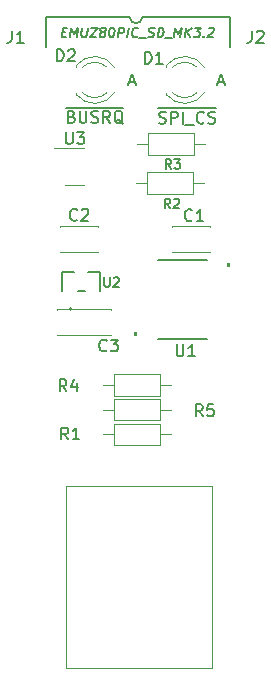
<source format=gto>
%TF.GenerationSoftware,KiCad,Pcbnew,7.0.5*%
%TF.CreationDate,2023-10-28T22:09:15+09:00*%
%TF.ProjectId,EMUZ80PIC_SD_MK3.2,454d555a-3830-4504-9943-5f53445f4d4b,3.2*%
%TF.SameCoordinates,PX7aa1f66PY7f075e2*%
%TF.FileFunction,Legend,Top*%
%TF.FilePolarity,Positive*%
%FSLAX46Y46*%
G04 Gerber Fmt 4.6, Leading zero omitted, Abs format (unit mm)*
G04 Created by KiCad (PCBNEW 7.0.5) date 2023-10-28 22:09:15*
%MOMM*%
%LPD*%
G01*
G04 APERTURE LIST*
%ADD10C,0.150000*%
%ADD11C,0.200000*%
%ADD12C,0.120000*%
%ADD13C,0.100000*%
%ADD14C,0.152400*%
G04 APERTURE END LIST*
D10*
X4886600Y53460000D02*
X4886600Y56000000D01*
X20470000Y56000000D02*
X20470000Y53470000D01*
X11973200Y56000000D02*
G75*
G03*
X13040000Y56000000I533400J0D01*
G01*
X4886600Y56000000D02*
X11973200Y56000000D01*
X13040000Y56000000D02*
X20470000Y56000000D01*
D11*
X6259673Y54717353D02*
X6526339Y54717353D01*
X6588244Y54298305D02*
X6207292Y54298305D01*
X6207292Y54298305D02*
X6307292Y55098305D01*
X6307292Y55098305D02*
X6688244Y55098305D01*
X6931102Y54298305D02*
X7031102Y55098305D01*
X7031102Y55098305D02*
X7226340Y54526877D01*
X7226340Y54526877D02*
X7564435Y55098305D01*
X7564435Y55098305D02*
X7464435Y54298305D01*
X7945388Y55098305D02*
X7864435Y54450686D01*
X7864435Y54450686D02*
X7893007Y54374496D01*
X7893007Y54374496D02*
X7926340Y54336400D01*
X7926340Y54336400D02*
X7997769Y54298305D01*
X7997769Y54298305D02*
X8150150Y54298305D01*
X8150150Y54298305D02*
X8231102Y54336400D01*
X8231102Y54336400D02*
X8273959Y54374496D01*
X8273959Y54374496D02*
X8321578Y54450686D01*
X8321578Y54450686D02*
X8402531Y55098305D01*
X8707292Y55098305D02*
X9240626Y55098305D01*
X9240626Y55098305D02*
X8607292Y54298305D01*
X8607292Y54298305D02*
X9140626Y54298305D01*
X9616816Y54755448D02*
X9545388Y54793543D01*
X9545388Y54793543D02*
X9512054Y54831639D01*
X9512054Y54831639D02*
X9483483Y54907829D01*
X9483483Y54907829D02*
X9488245Y54945924D01*
X9488245Y54945924D02*
X9535864Y55022115D01*
X9535864Y55022115D02*
X9578721Y55060210D01*
X9578721Y55060210D02*
X9659674Y55098305D01*
X9659674Y55098305D02*
X9812054Y55098305D01*
X9812054Y55098305D02*
X9883483Y55060210D01*
X9883483Y55060210D02*
X9916816Y55022115D01*
X9916816Y55022115D02*
X9945388Y54945924D01*
X9945388Y54945924D02*
X9940626Y54907829D01*
X9940626Y54907829D02*
X9893007Y54831639D01*
X9893007Y54831639D02*
X9850150Y54793543D01*
X9850150Y54793543D02*
X9769197Y54755448D01*
X9769197Y54755448D02*
X9616816Y54755448D01*
X9616816Y54755448D02*
X9535864Y54717353D01*
X9535864Y54717353D02*
X9493007Y54679258D01*
X9493007Y54679258D02*
X9445388Y54603067D01*
X9445388Y54603067D02*
X9426340Y54450686D01*
X9426340Y54450686D02*
X9454912Y54374496D01*
X9454912Y54374496D02*
X9488245Y54336400D01*
X9488245Y54336400D02*
X9559674Y54298305D01*
X9559674Y54298305D02*
X9712054Y54298305D01*
X9712054Y54298305D02*
X9793007Y54336400D01*
X9793007Y54336400D02*
X9835864Y54374496D01*
X9835864Y54374496D02*
X9883483Y54450686D01*
X9883483Y54450686D02*
X9902531Y54603067D01*
X9902531Y54603067D02*
X9873959Y54679258D01*
X9873959Y54679258D02*
X9840626Y54717353D01*
X9840626Y54717353D02*
X9769197Y54755448D01*
X10459674Y55098305D02*
X10535864Y55098305D01*
X10535864Y55098305D02*
X10607293Y55060210D01*
X10607293Y55060210D02*
X10640626Y55022115D01*
X10640626Y55022115D02*
X10669198Y54945924D01*
X10669198Y54945924D02*
X10688245Y54793543D01*
X10688245Y54793543D02*
X10664436Y54603067D01*
X10664436Y54603067D02*
X10607293Y54450686D01*
X10607293Y54450686D02*
X10559674Y54374496D01*
X10559674Y54374496D02*
X10516817Y54336400D01*
X10516817Y54336400D02*
X10435864Y54298305D01*
X10435864Y54298305D02*
X10359674Y54298305D01*
X10359674Y54298305D02*
X10288245Y54336400D01*
X10288245Y54336400D02*
X10254912Y54374496D01*
X10254912Y54374496D02*
X10226340Y54450686D01*
X10226340Y54450686D02*
X10207293Y54603067D01*
X10207293Y54603067D02*
X10231102Y54793543D01*
X10231102Y54793543D02*
X10288245Y54945924D01*
X10288245Y54945924D02*
X10335864Y55022115D01*
X10335864Y55022115D02*
X10378721Y55060210D01*
X10378721Y55060210D02*
X10459674Y55098305D01*
X10969198Y54298305D02*
X11069198Y55098305D01*
X11069198Y55098305D02*
X11373960Y55098305D01*
X11373960Y55098305D02*
X11445388Y55060210D01*
X11445388Y55060210D02*
X11478722Y55022115D01*
X11478722Y55022115D02*
X11507293Y54945924D01*
X11507293Y54945924D02*
X11493007Y54831639D01*
X11493007Y54831639D02*
X11445388Y54755448D01*
X11445388Y54755448D02*
X11402531Y54717353D01*
X11402531Y54717353D02*
X11321579Y54679258D01*
X11321579Y54679258D02*
X11016817Y54679258D01*
X11769198Y54298305D02*
X11869198Y55098305D01*
X12616816Y54374496D02*
X12573959Y54336400D01*
X12573959Y54336400D02*
X12454912Y54298305D01*
X12454912Y54298305D02*
X12378721Y54298305D01*
X12378721Y54298305D02*
X12269197Y54336400D01*
X12269197Y54336400D02*
X12202531Y54412591D01*
X12202531Y54412591D02*
X12173959Y54488781D01*
X12173959Y54488781D02*
X12154912Y54641162D01*
X12154912Y54641162D02*
X12169197Y54755448D01*
X12169197Y54755448D02*
X12226340Y54907829D01*
X12226340Y54907829D02*
X12273959Y54984020D01*
X12273959Y54984020D02*
X12359674Y55060210D01*
X12359674Y55060210D02*
X12478721Y55098305D01*
X12478721Y55098305D02*
X12554912Y55098305D01*
X12554912Y55098305D02*
X12664436Y55060210D01*
X12664436Y55060210D02*
X12697769Y55022115D01*
X12750150Y54222115D02*
X13359674Y54222115D01*
X13526340Y54336400D02*
X13635864Y54298305D01*
X13635864Y54298305D02*
X13826340Y54298305D01*
X13826340Y54298305D02*
X13907293Y54336400D01*
X13907293Y54336400D02*
X13950150Y54374496D01*
X13950150Y54374496D02*
X13997769Y54450686D01*
X13997769Y54450686D02*
X14007293Y54526877D01*
X14007293Y54526877D02*
X13978721Y54603067D01*
X13978721Y54603067D02*
X13945388Y54641162D01*
X13945388Y54641162D02*
X13873960Y54679258D01*
X13873960Y54679258D02*
X13726340Y54717353D01*
X13726340Y54717353D02*
X13654912Y54755448D01*
X13654912Y54755448D02*
X13621579Y54793543D01*
X13621579Y54793543D02*
X13593007Y54869734D01*
X13593007Y54869734D02*
X13602531Y54945924D01*
X13602531Y54945924D02*
X13650150Y55022115D01*
X13650150Y55022115D02*
X13693007Y55060210D01*
X13693007Y55060210D02*
X13773960Y55098305D01*
X13773960Y55098305D02*
X13964436Y55098305D01*
X13964436Y55098305D02*
X14073960Y55060210D01*
X14321579Y54298305D02*
X14421579Y55098305D01*
X14421579Y55098305D02*
X14612055Y55098305D01*
X14612055Y55098305D02*
X14721579Y55060210D01*
X14721579Y55060210D02*
X14788245Y54984020D01*
X14788245Y54984020D02*
X14816817Y54907829D01*
X14816817Y54907829D02*
X14835865Y54755448D01*
X14835865Y54755448D02*
X14821579Y54641162D01*
X14821579Y54641162D02*
X14764436Y54488781D01*
X14764436Y54488781D02*
X14716817Y54412591D01*
X14716817Y54412591D02*
X14631103Y54336400D01*
X14631103Y54336400D02*
X14512055Y54298305D01*
X14512055Y54298305D02*
X14321579Y54298305D01*
X14921579Y54222115D02*
X15531103Y54222115D01*
X15731103Y54298305D02*
X15831103Y55098305D01*
X15831103Y55098305D02*
X16026341Y54526877D01*
X16026341Y54526877D02*
X16364436Y55098305D01*
X16364436Y55098305D02*
X16264436Y54298305D01*
X16645389Y54298305D02*
X16745389Y55098305D01*
X17102532Y54298305D02*
X16816817Y54755448D01*
X17202532Y55098305D02*
X16688246Y54641162D01*
X17469198Y55098305D02*
X17964436Y55098305D01*
X17964436Y55098305D02*
X17659675Y54793543D01*
X17659675Y54793543D02*
X17773960Y54793543D01*
X17773960Y54793543D02*
X17845389Y54755448D01*
X17845389Y54755448D02*
X17878722Y54717353D01*
X17878722Y54717353D02*
X17907294Y54641162D01*
X17907294Y54641162D02*
X17883484Y54450686D01*
X17883484Y54450686D02*
X17835865Y54374496D01*
X17835865Y54374496D02*
X17793008Y54336400D01*
X17793008Y54336400D02*
X17712055Y54298305D01*
X17712055Y54298305D02*
X17483484Y54298305D01*
X17483484Y54298305D02*
X17412055Y54336400D01*
X17412055Y54336400D02*
X17378722Y54374496D01*
X18216818Y54374496D02*
X18250151Y54336400D01*
X18250151Y54336400D02*
X18207294Y54298305D01*
X18207294Y54298305D02*
X18173960Y54336400D01*
X18173960Y54336400D02*
X18216818Y54374496D01*
X18216818Y54374496D02*
X18207294Y54298305D01*
X18640627Y55022115D02*
X18683484Y55060210D01*
X18683484Y55060210D02*
X18764436Y55098305D01*
X18764436Y55098305D02*
X18954912Y55098305D01*
X18954912Y55098305D02*
X19026341Y55060210D01*
X19026341Y55060210D02*
X19059674Y55022115D01*
X19059674Y55022115D02*
X19088246Y54945924D01*
X19088246Y54945924D02*
X19078722Y54869734D01*
X19078722Y54869734D02*
X19026341Y54755448D01*
X19026341Y54755448D02*
X18512055Y54298305D01*
X18512055Y54298305D02*
X19007293Y54298305D01*
X11902054Y50488496D02*
X12378244Y50488496D01*
X11806816Y50202781D02*
X12140149Y51202781D01*
X12140149Y51202781D02*
X12473482Y50202781D01*
X7063006Y47566591D02*
X7205863Y47518972D01*
X7205863Y47518972D02*
X7253482Y47471353D01*
X7253482Y47471353D02*
X7301101Y47376115D01*
X7301101Y47376115D02*
X7301101Y47233258D01*
X7301101Y47233258D02*
X7253482Y47138020D01*
X7253482Y47138020D02*
X7205863Y47090400D01*
X7205863Y47090400D02*
X7110625Y47042781D01*
X7110625Y47042781D02*
X6729673Y47042781D01*
X6729673Y47042781D02*
X6729673Y48042781D01*
X6729673Y48042781D02*
X7063006Y48042781D01*
X7063006Y48042781D02*
X7158244Y47995162D01*
X7158244Y47995162D02*
X7205863Y47947543D01*
X7205863Y47947543D02*
X7253482Y47852305D01*
X7253482Y47852305D02*
X7253482Y47757067D01*
X7253482Y47757067D02*
X7205863Y47661829D01*
X7205863Y47661829D02*
X7158244Y47614210D01*
X7158244Y47614210D02*
X7063006Y47566591D01*
X7063006Y47566591D02*
X6729673Y47566591D01*
X7729673Y48042781D02*
X7729673Y47233258D01*
X7729673Y47233258D02*
X7777292Y47138020D01*
X7777292Y47138020D02*
X7824911Y47090400D01*
X7824911Y47090400D02*
X7920149Y47042781D01*
X7920149Y47042781D02*
X8110625Y47042781D01*
X8110625Y47042781D02*
X8205863Y47090400D01*
X8205863Y47090400D02*
X8253482Y47138020D01*
X8253482Y47138020D02*
X8301101Y47233258D01*
X8301101Y47233258D02*
X8301101Y48042781D01*
X8729673Y47090400D02*
X8872530Y47042781D01*
X8872530Y47042781D02*
X9110625Y47042781D01*
X9110625Y47042781D02*
X9205863Y47090400D01*
X9205863Y47090400D02*
X9253482Y47138020D01*
X9253482Y47138020D02*
X9301101Y47233258D01*
X9301101Y47233258D02*
X9301101Y47328496D01*
X9301101Y47328496D02*
X9253482Y47423734D01*
X9253482Y47423734D02*
X9205863Y47471353D01*
X9205863Y47471353D02*
X9110625Y47518972D01*
X9110625Y47518972D02*
X8920149Y47566591D01*
X8920149Y47566591D02*
X8824911Y47614210D01*
X8824911Y47614210D02*
X8777292Y47661829D01*
X8777292Y47661829D02*
X8729673Y47757067D01*
X8729673Y47757067D02*
X8729673Y47852305D01*
X8729673Y47852305D02*
X8777292Y47947543D01*
X8777292Y47947543D02*
X8824911Y47995162D01*
X8824911Y47995162D02*
X8920149Y48042781D01*
X8920149Y48042781D02*
X9158244Y48042781D01*
X9158244Y48042781D02*
X9301101Y47995162D01*
X10301101Y47042781D02*
X9967768Y47518972D01*
X9729673Y47042781D02*
X9729673Y48042781D01*
X9729673Y48042781D02*
X10110625Y48042781D01*
X10110625Y48042781D02*
X10205863Y47995162D01*
X10205863Y47995162D02*
X10253482Y47947543D01*
X10253482Y47947543D02*
X10301101Y47852305D01*
X10301101Y47852305D02*
X10301101Y47709448D01*
X10301101Y47709448D02*
X10253482Y47614210D01*
X10253482Y47614210D02*
X10205863Y47566591D01*
X10205863Y47566591D02*
X10110625Y47518972D01*
X10110625Y47518972D02*
X9729673Y47518972D01*
X11396339Y46947543D02*
X11301101Y46995162D01*
X11301101Y46995162D02*
X11205863Y47090400D01*
X11205863Y47090400D02*
X11063006Y47233258D01*
X11063006Y47233258D02*
X10967768Y47280877D01*
X10967768Y47280877D02*
X10872530Y47280877D01*
X10920149Y47042781D02*
X10824911Y47090400D01*
X10824911Y47090400D02*
X10729673Y47185639D01*
X10729673Y47185639D02*
X10682054Y47376115D01*
X10682054Y47376115D02*
X10682054Y47709448D01*
X10682054Y47709448D02*
X10729673Y47899924D01*
X10729673Y47899924D02*
X10824911Y47995162D01*
X10824911Y47995162D02*
X10920149Y48042781D01*
X10920149Y48042781D02*
X11110625Y48042781D01*
X11110625Y48042781D02*
X11205863Y47995162D01*
X11205863Y47995162D02*
X11301101Y47899924D01*
X11301101Y47899924D02*
X11348720Y47709448D01*
X11348720Y47709448D02*
X11348720Y47376115D01*
X11348720Y47376115D02*
X11301101Y47185639D01*
X11301101Y47185639D02*
X11205863Y47090400D01*
X11205863Y47090400D02*
X11110625Y47042781D01*
X11110625Y47042781D02*
X10920149Y47042781D01*
X6591578Y48320400D02*
X11439197Y48320400D01*
X19482054Y50488496D02*
X19958244Y50488496D01*
X19386816Y50202781D02*
X19720149Y51202781D01*
X19720149Y51202781D02*
X20053482Y50202781D01*
X14442054Y47020400D02*
X14584911Y46972781D01*
X14584911Y46972781D02*
X14823006Y46972781D01*
X14823006Y46972781D02*
X14918244Y47020400D01*
X14918244Y47020400D02*
X14965863Y47068020D01*
X14965863Y47068020D02*
X15013482Y47163258D01*
X15013482Y47163258D02*
X15013482Y47258496D01*
X15013482Y47258496D02*
X14965863Y47353734D01*
X14965863Y47353734D02*
X14918244Y47401353D01*
X14918244Y47401353D02*
X14823006Y47448972D01*
X14823006Y47448972D02*
X14632530Y47496591D01*
X14632530Y47496591D02*
X14537292Y47544210D01*
X14537292Y47544210D02*
X14489673Y47591829D01*
X14489673Y47591829D02*
X14442054Y47687067D01*
X14442054Y47687067D02*
X14442054Y47782305D01*
X14442054Y47782305D02*
X14489673Y47877543D01*
X14489673Y47877543D02*
X14537292Y47925162D01*
X14537292Y47925162D02*
X14632530Y47972781D01*
X14632530Y47972781D02*
X14870625Y47972781D01*
X14870625Y47972781D02*
X15013482Y47925162D01*
X15442054Y46972781D02*
X15442054Y47972781D01*
X15442054Y47972781D02*
X15823006Y47972781D01*
X15823006Y47972781D02*
X15918244Y47925162D01*
X15918244Y47925162D02*
X15965863Y47877543D01*
X15965863Y47877543D02*
X16013482Y47782305D01*
X16013482Y47782305D02*
X16013482Y47639448D01*
X16013482Y47639448D02*
X15965863Y47544210D01*
X15965863Y47544210D02*
X15918244Y47496591D01*
X15918244Y47496591D02*
X15823006Y47448972D01*
X15823006Y47448972D02*
X15442054Y47448972D01*
X16442054Y46972781D02*
X16442054Y47972781D01*
X16680149Y46877543D02*
X17442053Y46877543D01*
X18251577Y47068020D02*
X18203958Y47020400D01*
X18203958Y47020400D02*
X18061101Y46972781D01*
X18061101Y46972781D02*
X17965863Y46972781D01*
X17965863Y46972781D02*
X17823006Y47020400D01*
X17823006Y47020400D02*
X17727768Y47115639D01*
X17727768Y47115639D02*
X17680149Y47210877D01*
X17680149Y47210877D02*
X17632530Y47401353D01*
X17632530Y47401353D02*
X17632530Y47544210D01*
X17632530Y47544210D02*
X17680149Y47734686D01*
X17680149Y47734686D02*
X17727768Y47829924D01*
X17727768Y47829924D02*
X17823006Y47925162D01*
X17823006Y47925162D02*
X17965863Y47972781D01*
X17965863Y47972781D02*
X18061101Y47972781D01*
X18061101Y47972781D02*
X18203958Y47925162D01*
X18203958Y47925162D02*
X18251577Y47877543D01*
X18632530Y47020400D02*
X18775387Y46972781D01*
X18775387Y46972781D02*
X19013482Y46972781D01*
X19013482Y46972781D02*
X19108720Y47020400D01*
X19108720Y47020400D02*
X19156339Y47068020D01*
X19156339Y47068020D02*
X19203958Y47163258D01*
X19203958Y47163258D02*
X19203958Y47258496D01*
X19203958Y47258496D02*
X19156339Y47353734D01*
X19156339Y47353734D02*
X19108720Y47401353D01*
X19108720Y47401353D02*
X19013482Y47448972D01*
X19013482Y47448972D02*
X18823006Y47496591D01*
X18823006Y47496591D02*
X18727768Y47544210D01*
X18727768Y47544210D02*
X18680149Y47591829D01*
X18680149Y47591829D02*
X18632530Y47687067D01*
X18632530Y47687067D02*
X18632530Y47782305D01*
X18632530Y47782305D02*
X18680149Y47877543D01*
X18680149Y47877543D02*
X18727768Y47925162D01*
X18727768Y47925162D02*
X18823006Y47972781D01*
X18823006Y47972781D02*
X19061101Y47972781D01*
X19061101Y47972781D02*
X19203958Y47925162D01*
X14351578Y48250400D02*
X19294435Y48250400D01*
D10*
X7523333Y38840420D02*
X7475714Y38792800D01*
X7475714Y38792800D02*
X7332857Y38745181D01*
X7332857Y38745181D02*
X7237619Y38745181D01*
X7237619Y38745181D02*
X7094762Y38792800D01*
X7094762Y38792800D02*
X6999524Y38888039D01*
X6999524Y38888039D02*
X6951905Y38983277D01*
X6951905Y38983277D02*
X6904286Y39173753D01*
X6904286Y39173753D02*
X6904286Y39316610D01*
X6904286Y39316610D02*
X6951905Y39507086D01*
X6951905Y39507086D02*
X6999524Y39602324D01*
X6999524Y39602324D02*
X7094762Y39697562D01*
X7094762Y39697562D02*
X7237619Y39745181D01*
X7237619Y39745181D02*
X7332857Y39745181D01*
X7332857Y39745181D02*
X7475714Y39697562D01*
X7475714Y39697562D02*
X7523333Y39649943D01*
X7904286Y39649943D02*
X7951905Y39697562D01*
X7951905Y39697562D02*
X8047143Y39745181D01*
X8047143Y39745181D02*
X8285238Y39745181D01*
X8285238Y39745181D02*
X8380476Y39697562D01*
X8380476Y39697562D02*
X8428095Y39649943D01*
X8428095Y39649943D02*
X8475714Y39554705D01*
X8475714Y39554705D02*
X8475714Y39459467D01*
X8475714Y39459467D02*
X8428095Y39316610D01*
X8428095Y39316610D02*
X7856667Y38745181D01*
X7856667Y38745181D02*
X8475714Y38745181D01*
X15466667Y43157705D02*
X15200000Y43538658D01*
X15009524Y43157705D02*
X15009524Y43957705D01*
X15009524Y43957705D02*
X15314286Y43957705D01*
X15314286Y43957705D02*
X15390476Y43919610D01*
X15390476Y43919610D02*
X15428571Y43881515D01*
X15428571Y43881515D02*
X15466667Y43805324D01*
X15466667Y43805324D02*
X15466667Y43691039D01*
X15466667Y43691039D02*
X15428571Y43614848D01*
X15428571Y43614848D02*
X15390476Y43576753D01*
X15390476Y43576753D02*
X15314286Y43538658D01*
X15314286Y43538658D02*
X15009524Y43538658D01*
X15733333Y43957705D02*
X16228571Y43957705D01*
X16228571Y43957705D02*
X15961905Y43652943D01*
X15961905Y43652943D02*
X16076190Y43652943D01*
X16076190Y43652943D02*
X16152381Y43614848D01*
X16152381Y43614848D02*
X16190476Y43576753D01*
X16190476Y43576753D02*
X16228571Y43500562D01*
X16228571Y43500562D02*
X16228571Y43310086D01*
X16228571Y43310086D02*
X16190476Y43233896D01*
X16190476Y43233896D02*
X16152381Y43195800D01*
X16152381Y43195800D02*
X16076190Y43157705D01*
X16076190Y43157705D02*
X15847619Y43157705D01*
X15847619Y43157705D02*
X15771428Y43195800D01*
X15771428Y43195800D02*
X15733333Y43233896D01*
X13241905Y52055181D02*
X13241905Y53055181D01*
X13241905Y53055181D02*
X13480000Y53055181D01*
X13480000Y53055181D02*
X13622857Y53007562D01*
X13622857Y53007562D02*
X13718095Y52912324D01*
X13718095Y52912324D02*
X13765714Y52817086D01*
X13765714Y52817086D02*
X13813333Y52626610D01*
X13813333Y52626610D02*
X13813333Y52483753D01*
X13813333Y52483753D02*
X13765714Y52293277D01*
X13765714Y52293277D02*
X13718095Y52198039D01*
X13718095Y52198039D02*
X13622857Y52102800D01*
X13622857Y52102800D02*
X13480000Y52055181D01*
X13480000Y52055181D02*
X13241905Y52055181D01*
X14765714Y52055181D02*
X14194286Y52055181D01*
X14480000Y52055181D02*
X14480000Y53055181D01*
X14480000Y53055181D02*
X14384762Y52912324D01*
X14384762Y52912324D02*
X14289524Y52817086D01*
X14289524Y52817086D02*
X14194286Y52769467D01*
X18143333Y22195181D02*
X17810000Y22671372D01*
X17571905Y22195181D02*
X17571905Y23195181D01*
X17571905Y23195181D02*
X17952857Y23195181D01*
X17952857Y23195181D02*
X18048095Y23147562D01*
X18048095Y23147562D02*
X18095714Y23099943D01*
X18095714Y23099943D02*
X18143333Y23004705D01*
X18143333Y23004705D02*
X18143333Y22861848D01*
X18143333Y22861848D02*
X18095714Y22766610D01*
X18095714Y22766610D02*
X18048095Y22718991D01*
X18048095Y22718991D02*
X17952857Y22671372D01*
X17952857Y22671372D02*
X17571905Y22671372D01*
X19048095Y23195181D02*
X18571905Y23195181D01*
X18571905Y23195181D02*
X18524286Y22718991D01*
X18524286Y22718991D02*
X18571905Y22766610D01*
X18571905Y22766610D02*
X18667143Y22814229D01*
X18667143Y22814229D02*
X18905238Y22814229D01*
X18905238Y22814229D02*
X19000476Y22766610D01*
X19000476Y22766610D02*
X19048095Y22718991D01*
X19048095Y22718991D02*
X19095714Y22623753D01*
X19095714Y22623753D02*
X19095714Y22385658D01*
X19095714Y22385658D02*
X19048095Y22290420D01*
X19048095Y22290420D02*
X19000476Y22242800D01*
X19000476Y22242800D02*
X18905238Y22195181D01*
X18905238Y22195181D02*
X18667143Y22195181D01*
X18667143Y22195181D02*
X18571905Y22242800D01*
X18571905Y22242800D02*
X18524286Y22290420D01*
X6613333Y24305181D02*
X6280000Y24781372D01*
X6041905Y24305181D02*
X6041905Y25305181D01*
X6041905Y25305181D02*
X6422857Y25305181D01*
X6422857Y25305181D02*
X6518095Y25257562D01*
X6518095Y25257562D02*
X6565714Y25209943D01*
X6565714Y25209943D02*
X6613333Y25114705D01*
X6613333Y25114705D02*
X6613333Y24971848D01*
X6613333Y24971848D02*
X6565714Y24876610D01*
X6565714Y24876610D02*
X6518095Y24828991D01*
X6518095Y24828991D02*
X6422857Y24781372D01*
X6422857Y24781372D02*
X6041905Y24781372D01*
X7470476Y24971848D02*
X7470476Y24305181D01*
X7232381Y25352800D02*
X6994286Y24638515D01*
X6994286Y24638515D02*
X7613333Y24638515D01*
X17243333Y38810420D02*
X17195714Y38762800D01*
X17195714Y38762800D02*
X17052857Y38715181D01*
X17052857Y38715181D02*
X16957619Y38715181D01*
X16957619Y38715181D02*
X16814762Y38762800D01*
X16814762Y38762800D02*
X16719524Y38858039D01*
X16719524Y38858039D02*
X16671905Y38953277D01*
X16671905Y38953277D02*
X16624286Y39143753D01*
X16624286Y39143753D02*
X16624286Y39286610D01*
X16624286Y39286610D02*
X16671905Y39477086D01*
X16671905Y39477086D02*
X16719524Y39572324D01*
X16719524Y39572324D02*
X16814762Y39667562D01*
X16814762Y39667562D02*
X16957619Y39715181D01*
X16957619Y39715181D02*
X17052857Y39715181D01*
X17052857Y39715181D02*
X17195714Y39667562D01*
X17195714Y39667562D02*
X17243333Y39619943D01*
X18195714Y38715181D02*
X17624286Y38715181D01*
X17910000Y38715181D02*
X17910000Y39715181D01*
X17910000Y39715181D02*
X17814762Y39572324D01*
X17814762Y39572324D02*
X17719524Y39477086D01*
X17719524Y39477086D02*
X17624286Y39429467D01*
X15941445Y28268179D02*
X15941445Y27458656D01*
X15941445Y27458656D02*
X15989064Y27363418D01*
X15989064Y27363418D02*
X16036683Y27315798D01*
X16036683Y27315798D02*
X16131921Y27268179D01*
X16131921Y27268179D02*
X16322397Y27268179D01*
X16322397Y27268179D02*
X16417635Y27315798D01*
X16417635Y27315798D02*
X16465254Y27363418D01*
X16465254Y27363418D02*
X16512873Y27458656D01*
X16512873Y27458656D02*
X16512873Y28268179D01*
X17512873Y27268179D02*
X16941445Y27268179D01*
X17227159Y27268179D02*
X17227159Y28268179D01*
X17227159Y28268179D02*
X17131921Y28125322D01*
X17131921Y28125322D02*
X17036683Y28030084D01*
X17036683Y28030084D02*
X16941445Y27982465D01*
X6555595Y46245181D02*
X6555595Y45435658D01*
X6555595Y45435658D02*
X6603214Y45340420D01*
X6603214Y45340420D02*
X6650833Y45292800D01*
X6650833Y45292800D02*
X6746071Y45245181D01*
X6746071Y45245181D02*
X6936547Y45245181D01*
X6936547Y45245181D02*
X7031785Y45292800D01*
X7031785Y45292800D02*
X7079404Y45340420D01*
X7079404Y45340420D02*
X7127023Y45435658D01*
X7127023Y45435658D02*
X7127023Y46245181D01*
X7507976Y46245181D02*
X8127023Y46245181D01*
X8127023Y46245181D02*
X7793690Y45864229D01*
X7793690Y45864229D02*
X7936547Y45864229D01*
X7936547Y45864229D02*
X8031785Y45816610D01*
X8031785Y45816610D02*
X8079404Y45768991D01*
X8079404Y45768991D02*
X8127023Y45673753D01*
X8127023Y45673753D02*
X8127023Y45435658D01*
X8127023Y45435658D02*
X8079404Y45340420D01*
X8079404Y45340420D02*
X8031785Y45292800D01*
X8031785Y45292800D02*
X7936547Y45245181D01*
X7936547Y45245181D02*
X7650833Y45245181D01*
X7650833Y45245181D02*
X7555595Y45292800D01*
X7555595Y45292800D02*
X7507976Y45340420D01*
X9810476Y33947705D02*
X9810476Y33300086D01*
X9810476Y33300086D02*
X9848571Y33223896D01*
X9848571Y33223896D02*
X9886666Y33185800D01*
X9886666Y33185800D02*
X9962857Y33147705D01*
X9962857Y33147705D02*
X10115238Y33147705D01*
X10115238Y33147705D02*
X10191428Y33185800D01*
X10191428Y33185800D02*
X10229523Y33223896D01*
X10229523Y33223896D02*
X10267619Y33300086D01*
X10267619Y33300086D02*
X10267619Y33947705D01*
X10610475Y33871515D02*
X10648571Y33909610D01*
X10648571Y33909610D02*
X10724761Y33947705D01*
X10724761Y33947705D02*
X10915237Y33947705D01*
X10915237Y33947705D02*
X10991428Y33909610D01*
X10991428Y33909610D02*
X11029523Y33871515D01*
X11029523Y33871515D02*
X11067618Y33795324D01*
X11067618Y33795324D02*
X11067618Y33719134D01*
X11067618Y33719134D02*
X11029523Y33604848D01*
X11029523Y33604848D02*
X10572380Y33147705D01*
X10572380Y33147705D02*
X11067618Y33147705D01*
X15386667Y39817705D02*
X15120000Y40198658D01*
X14929524Y39817705D02*
X14929524Y40617705D01*
X14929524Y40617705D02*
X15234286Y40617705D01*
X15234286Y40617705D02*
X15310476Y40579610D01*
X15310476Y40579610D02*
X15348571Y40541515D01*
X15348571Y40541515D02*
X15386667Y40465324D01*
X15386667Y40465324D02*
X15386667Y40351039D01*
X15386667Y40351039D02*
X15348571Y40274848D01*
X15348571Y40274848D02*
X15310476Y40236753D01*
X15310476Y40236753D02*
X15234286Y40198658D01*
X15234286Y40198658D02*
X14929524Y40198658D01*
X15691428Y40541515D02*
X15729524Y40579610D01*
X15729524Y40579610D02*
X15805714Y40617705D01*
X15805714Y40617705D02*
X15996190Y40617705D01*
X15996190Y40617705D02*
X16072381Y40579610D01*
X16072381Y40579610D02*
X16110476Y40541515D01*
X16110476Y40541515D02*
X16148571Y40465324D01*
X16148571Y40465324D02*
X16148571Y40389134D01*
X16148571Y40389134D02*
X16110476Y40274848D01*
X16110476Y40274848D02*
X15653333Y39817705D01*
X15653333Y39817705D02*
X16148571Y39817705D01*
X5791905Y52245181D02*
X5791905Y53245181D01*
X5791905Y53245181D02*
X6030000Y53245181D01*
X6030000Y53245181D02*
X6172857Y53197562D01*
X6172857Y53197562D02*
X6268095Y53102324D01*
X6268095Y53102324D02*
X6315714Y53007086D01*
X6315714Y53007086D02*
X6363333Y52816610D01*
X6363333Y52816610D02*
X6363333Y52673753D01*
X6363333Y52673753D02*
X6315714Y52483277D01*
X6315714Y52483277D02*
X6268095Y52388039D01*
X6268095Y52388039D02*
X6172857Y52292800D01*
X6172857Y52292800D02*
X6030000Y52245181D01*
X6030000Y52245181D02*
X5791905Y52245181D01*
X6744286Y53149943D02*
X6791905Y53197562D01*
X6791905Y53197562D02*
X6887143Y53245181D01*
X6887143Y53245181D02*
X7125238Y53245181D01*
X7125238Y53245181D02*
X7220476Y53197562D01*
X7220476Y53197562D02*
X7268095Y53149943D01*
X7268095Y53149943D02*
X7315714Y53054705D01*
X7315714Y53054705D02*
X7315714Y52959467D01*
X7315714Y52959467D02*
X7268095Y52816610D01*
X7268095Y52816610D02*
X6696667Y52245181D01*
X6696667Y52245181D02*
X7315714Y52245181D01*
X6753333Y20235181D02*
X6420000Y20711372D01*
X6181905Y20235181D02*
X6181905Y21235181D01*
X6181905Y21235181D02*
X6562857Y21235181D01*
X6562857Y21235181D02*
X6658095Y21187562D01*
X6658095Y21187562D02*
X6705714Y21139943D01*
X6705714Y21139943D02*
X6753333Y21044705D01*
X6753333Y21044705D02*
X6753333Y20901848D01*
X6753333Y20901848D02*
X6705714Y20806610D01*
X6705714Y20806610D02*
X6658095Y20758991D01*
X6658095Y20758991D02*
X6562857Y20711372D01*
X6562857Y20711372D02*
X6181905Y20711372D01*
X7705714Y20235181D02*
X7134286Y20235181D01*
X7420000Y20235181D02*
X7420000Y21235181D01*
X7420000Y21235181D02*
X7324762Y21092324D01*
X7324762Y21092324D02*
X7229524Y20997086D01*
X7229524Y20997086D02*
X7134286Y20949467D01*
X10012933Y27770420D02*
X9965314Y27722800D01*
X9965314Y27722800D02*
X9822457Y27675181D01*
X9822457Y27675181D02*
X9727219Y27675181D01*
X9727219Y27675181D02*
X9584362Y27722800D01*
X9584362Y27722800D02*
X9489124Y27818039D01*
X9489124Y27818039D02*
X9441505Y27913277D01*
X9441505Y27913277D02*
X9393886Y28103753D01*
X9393886Y28103753D02*
X9393886Y28246610D01*
X9393886Y28246610D02*
X9441505Y28437086D01*
X9441505Y28437086D02*
X9489124Y28532324D01*
X9489124Y28532324D02*
X9584362Y28627562D01*
X9584362Y28627562D02*
X9727219Y28675181D01*
X9727219Y28675181D02*
X9822457Y28675181D01*
X9822457Y28675181D02*
X9965314Y28627562D01*
X9965314Y28627562D02*
X10012933Y28579943D01*
X10346267Y28675181D02*
X10965314Y28675181D01*
X10965314Y28675181D02*
X10631981Y28294229D01*
X10631981Y28294229D02*
X10774838Y28294229D01*
X10774838Y28294229D02*
X10870076Y28246610D01*
X10870076Y28246610D02*
X10917695Y28198991D01*
X10917695Y28198991D02*
X10965314Y28103753D01*
X10965314Y28103753D02*
X10965314Y27865658D01*
X10965314Y27865658D02*
X10917695Y27770420D01*
X10917695Y27770420D02*
X10870076Y27722800D01*
X10870076Y27722800D02*
X10774838Y27675181D01*
X10774838Y27675181D02*
X10489124Y27675181D01*
X10489124Y27675181D02*
X10393886Y27722800D01*
X10393886Y27722800D02*
X10346267Y27770420D01*
X1986666Y54815181D02*
X1986666Y54100896D01*
X1986666Y54100896D02*
X1939047Y53958039D01*
X1939047Y53958039D02*
X1843809Y53862800D01*
X1843809Y53862800D02*
X1700952Y53815181D01*
X1700952Y53815181D02*
X1605714Y53815181D01*
X2986666Y53815181D02*
X2415238Y53815181D01*
X2700952Y53815181D02*
X2700952Y54815181D01*
X2700952Y54815181D02*
X2605714Y54672324D01*
X2605714Y54672324D02*
X2510476Y54577086D01*
X2510476Y54577086D02*
X2415238Y54529467D01*
X22306666Y54815181D02*
X22306666Y54100896D01*
X22306666Y54100896D02*
X22259047Y53958039D01*
X22259047Y53958039D02*
X22163809Y53862800D01*
X22163809Y53862800D02*
X22020952Y53815181D01*
X22020952Y53815181D02*
X21925714Y53815181D01*
X22735238Y54719943D02*
X22782857Y54767562D01*
X22782857Y54767562D02*
X22878095Y54815181D01*
X22878095Y54815181D02*
X23116190Y54815181D01*
X23116190Y54815181D02*
X23211428Y54767562D01*
X23211428Y54767562D02*
X23259047Y54719943D01*
X23259047Y54719943D02*
X23306666Y54624705D01*
X23306666Y54624705D02*
X23306666Y54529467D01*
X23306666Y54529467D02*
X23259047Y54386610D01*
X23259047Y54386610D02*
X22687619Y53815181D01*
X22687619Y53815181D02*
X23306666Y53815181D01*
D12*
X6079400Y38294400D02*
X6079400Y38229400D01*
X6079400Y38294400D02*
X9319400Y38294400D01*
X6079400Y36119400D02*
X6079400Y36054400D01*
X6079400Y36054400D02*
X9319400Y36054400D01*
X9319400Y38294400D02*
X9319400Y38229400D01*
X9319400Y36119400D02*
X9319400Y36054400D01*
X18340000Y45210000D02*
X17390000Y45210000D01*
X17390000Y44290000D02*
X17390000Y46130000D01*
X17390000Y46130000D02*
X13550000Y46130000D01*
X13550000Y44290000D02*
X17390000Y44290000D01*
X13550000Y46130000D02*
X13550000Y44290000D01*
X12600000Y45210000D02*
X13550000Y45210000D01*
D13*
X6592000Y16317600D02*
X18942000Y16317600D01*
X6592000Y867600D02*
X6592000Y16317600D01*
X6592000Y867600D02*
X18942000Y867600D01*
X18942000Y16317600D02*
X18942000Y867600D01*
D12*
X15060200Y51897800D02*
X15060200Y51741800D01*
X15060200Y49581800D02*
X15060200Y49425800D01*
X18292534Y51740408D02*
G75*
G03*
X15060201Y51897315I-1672334J-1078608D01*
G01*
X17661329Y51741636D02*
G75*
G03*
X15579240Y51741799I-1041129J-1079836D01*
G01*
X15579240Y49581801D02*
G75*
G03*
X17661329Y49581964I1040960J1079999D01*
G01*
X15060201Y49426285D02*
G75*
G03*
X18292534Y49583192I1559999J1235515D01*
G01*
X9710000Y22760000D02*
X10660000Y22760000D01*
X10660000Y23680000D02*
X10660000Y21840000D01*
X10660000Y21840000D02*
X14500000Y21840000D01*
X14500000Y23680000D02*
X10660000Y23680000D01*
X14500000Y21840000D02*
X14500000Y23680000D01*
X15450000Y22760000D02*
X14500000Y22760000D01*
X15450000Y24860000D02*
X14500000Y24860000D01*
X14500000Y23940000D02*
X14500000Y25780000D01*
X14500000Y25780000D02*
X10660000Y25780000D01*
X10660000Y23940000D02*
X14500000Y23940000D01*
X10660000Y25780000D02*
X10660000Y23940000D01*
X9710000Y24860000D02*
X10660000Y24860000D01*
X18772200Y36054400D02*
X18772200Y36119400D01*
X18772200Y36054400D02*
X15532200Y36054400D01*
X18772200Y38229400D02*
X18772200Y38294400D01*
X18772200Y38294400D02*
X15532200Y38294400D01*
X15532200Y36054400D02*
X15532200Y36119400D01*
X15532200Y38229400D02*
X15532200Y38294400D01*
D14*
X14362184Y28694798D02*
X18484512Y28694798D01*
X18484516Y35451198D02*
X14362188Y35451198D01*
G36*
X12613350Y28957500D02*
G01*
X12359350Y28957500D01*
X12359350Y29338500D01*
X12613350Y29338500D01*
X12613350Y28957500D01*
G37*
G36*
X20487350Y34807496D02*
G01*
X20233350Y34807496D01*
X20233350Y35188496D01*
X20487350Y35188496D01*
X20487350Y34807496D01*
G37*
D12*
X7317500Y44860000D02*
X5517500Y44860000D01*
X7317500Y44860000D02*
X8117500Y44860000D01*
X7317500Y41740000D02*
X6517500Y41740000D01*
X7317500Y41740000D02*
X8117500Y41740000D01*
D14*
X6231600Y34443900D02*
X6231600Y32792900D01*
X7245060Y34443900D02*
X6231600Y34443900D01*
X7554341Y32792900D02*
X8160059Y32792900D01*
X9482800Y34443900D02*
X8469340Y34443900D01*
X9482800Y32792900D02*
X9482800Y34443900D01*
X7018400Y31256200D02*
G75*
G03*
X7018400Y31256200I-76200J0D01*
G01*
D12*
X12500000Y41910000D02*
X13450000Y41910000D01*
X13450000Y42830000D02*
X13450000Y40990000D01*
X13450000Y40990000D02*
X17290000Y40990000D01*
X17290000Y42830000D02*
X13450000Y42830000D01*
X17290000Y40990000D02*
X17290000Y42830000D01*
X18240000Y41910000D02*
X17290000Y41910000D01*
X7440200Y51897800D02*
X7440200Y51741800D01*
X7440200Y49581800D02*
X7440200Y49425800D01*
X10672534Y51740408D02*
G75*
G03*
X7440201Y51897315I-1672334J-1078608D01*
G01*
X10041329Y51741636D02*
G75*
G03*
X7959240Y51741799I-1041129J-1079836D01*
G01*
X7959240Y49581801D02*
G75*
G03*
X10041329Y49581964I1040960J1079999D01*
G01*
X7440201Y49426285D02*
G75*
G03*
X10672534Y49583192I1559999J1235515D01*
G01*
X9700000Y20650000D02*
X10650000Y20650000D01*
X10650000Y21570000D02*
X10650000Y19730000D01*
X10650000Y19730000D02*
X14490000Y19730000D01*
X14490000Y21570000D02*
X10650000Y21570000D01*
X14490000Y19730000D02*
X14490000Y21570000D01*
X15440000Y20650000D02*
X14490000Y20650000D01*
X5830000Y31234000D02*
X5830000Y31219000D01*
X5830000Y31234000D02*
X10370000Y31234000D01*
X5830000Y29109000D02*
X5830000Y29094000D01*
X5830000Y29094000D02*
X10370000Y29094000D01*
X10370000Y31234000D02*
X10370000Y31219000D01*
X10370000Y29109000D02*
X10370000Y29094000D01*
M02*

</source>
